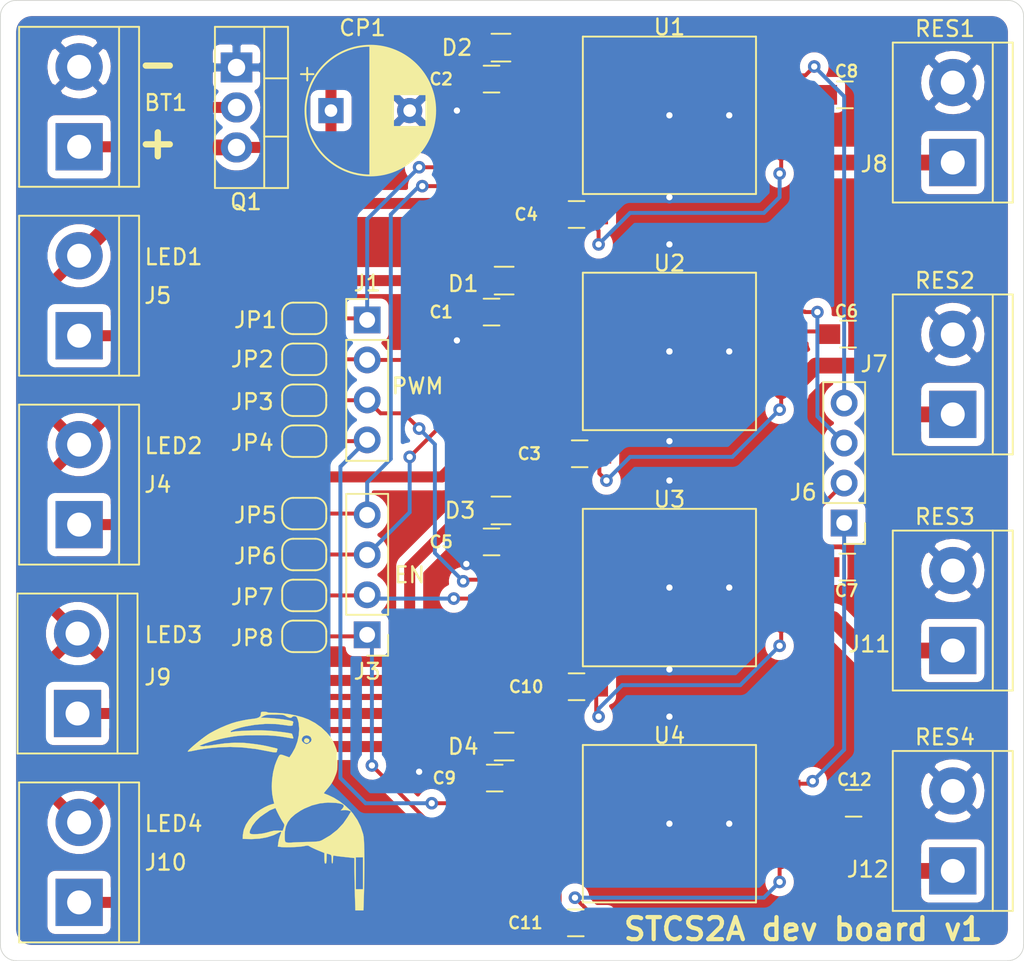
<source format=kicad_pcb>
(kicad_pcb (version 20171130) (host pcbnew 5.1.4-e60b266~84~ubuntu18.04.1)
  (layers (0 F.Cu signal) (31 B.Cu signal) (34 B.Paste user) (35 F.Paste user) (36 B.SilkS user) (37 F.SilkS user) (38 B.Mask user) (39 F.Mask user) (44 Edge.Cuts user))
  (net 0 "")
  (net 1 GND)
  (net 2 "Net-(BT1-Pad1)")
  (net 3 "Net-(C1-Pad2)")
  (net 4 "Net-(C2-Pad2)")
  (net 5 "Net-(C5-Pad2)")
  (net 6 "Net-(C6-Pad1)")
  (net 7 "Net-(C7-Pad1)")
  (net 8 "Net-(C8-Pad1)")
  (net 9 /PWM1)
  (net 10 /PWM2)
  (net 11 /PWM3)
  (net 12 /PWM4)
  (net 13 /EN4)
  (net 14 /EN3)
  (net 15 /EN2)
  (net 16 /EN1)
  (net 17 /DISC1)
  (net 18 /DISC2)
  (net 19 /DISC3)
  (net 20 /DISC4)
  (net 21 "Net-(U1-Pad4)")
  (net 22 "Net-(U2-Pad4)")
  (net 23 "Net-(U3-Pad4)")
  (net 24 "Net-(U4-Pad4)")
  (net 25 VDD)
  (net 26 "Net-(C9-Pad2)")
  (net 27 "Net-(C12-Pad1)")
  (net 28 /LED2)
  (net 29 /RES2)
  (net 30 /LED1)
  (net 31 /RES1)
  (net 32 /LED3)
  (net 33 /RES3)
  (net 34 /LED4)
  (net 35 /RES4)
  (net 36 "Net-(JP1-Pad1)")
  (net 37 "Net-(JP5-Pad2)")
  (module sense_fp:STCS2A_PowerSO-10 (layer F.Cu) (at 92 81)
    (fp_text reference U3 (at 0 -5.6) (layer F.SilkS))
    (fp_text value STCS2A)
    (pad 11 smd rect (at 0 0) (size 7.6 9.6) (layers F.Cu F.Paste F.Mask) (net 1 GND))
    (pad 10 smd rect (at 7.1 -2.54) (size 2.45 0.5) (layers F.Cu F.Paste F.Mask) (net 19 /DISC3))
    (pad 9 smd rect (at 7.1 -1.27) (size 2.45 0.5) (layers F.Cu F.Paste F.Mask) (net 7 "Net-(C7-Pad1)"))
    (pad 8 smd rect (at 7.1 0) (size 2.45 0.5) (layers F.Cu F.Paste F.Mask) (net 1 GND))
    (pad 7 smd rect (at 7.1 1.27) (size 2.45 0.5) (layers F.Cu F.Paste F.Mask) (net 33 /RES3))
    (pad 6 smd rect (at 7.1 2.54) (size 2.45 0.5) (layers F.Cu F.Paste F.Mask) (net 33 /RES3))
    (pad 5 smd rect (at -7.1 2.54) (size 2.45 0.5) (layers F.Cu F.Paste F.Mask) (net 32 /LED3))
    (pad 4 smd rect (at -7.1 1.27) (size 2.45 0.5) (layers F.Cu F.Paste F.Mask) (net 23 "Net-(U3-Pad4)"))
    (pad 3 smd rect (at -7.1 0) (size 2.45 0.5) (layers F.Cu F.Paste F.Mask) (net 14 /EN3))
    (pad 2 smd rect (at -7.1 -1.27) (size 2.45 0.5) (layers F.Cu F.Paste F.Mask) (net 11 /PWM3))
    (pad 1 smd rect (at -7.1 -2.54) (size 2.45 0.5) (layers F.Cu F.Paste F.Mask) (net 5 "Net-(C5-Pad2)"))
  )
  (module sense_fp:CP_Radial_D8.0mm_P5.00mm (layer F.Cu) (at 70.5 50.7)
    (fp_text reference CP1 (at 2 -5.25) (layer F.SilkS))
    (fp_text value 100uF)
    (pad 2 thru_hole circle (at 5 0) (size 1.6 1.6) (drill 0.8) (layers *.Cu *.Mask) (net 1 GND))
    (pad 1 thru_hole rect (at 0 0) (size 1.6 1.6) (drill 0.8) (layers *.Cu *.Mask) (net 25 VDD))
  )
  (module sense_fp:Appiko_LOGO_img (layer F.Cu) (at 67 95.2)
    (fp_text reference G*** hide)
    (fp_text value Appiko_LOGO_img hide)
  )
  (module sense_fp:TerminalBlock_bornier-2_P5.08mm (layer F.Cu) (at 110 70 90)
    (fp_text reference J7 (at 3.2 -5 180) (layer F.SilkS))
    (fp_text value Screw_Terminal_01x02)
    (pad 2 thru_hole circle (at 5.08 0 90) (size 3 3) (drill 1.52) (layers *.Cu *.Mask) (net 1 GND))
    (pad 1 thru_hole rect (at 0 0 90) (size 3 3) (drill 1.52) (layers *.Cu *.Mask) (net 29 /RES2))
  )
  (module sense_fp:C_0805_HandSoldering (layer F.Cu) (at 80.7 48.7)
    (fp_text reference C2 (at -3.2 0) (layer F.SilkS) (effects (font (size 0.75 0.75))))
    (fp_text value 0.1uF)
    (pad 1 smd rect (at -1.25 0) (size 1.5 1.25) (layers F.Cu F.Paste F.Mask) (net 1 GND))
    (pad 2 smd rect (at 1.25 0) (size 1.5 1.25) (layers F.Cu F.Paste F.Mask) (net 4 "Net-(C2-Pad2)"))
  )
  (module sense_fp:STCS2A_PowerSO-10 (layer F.Cu) (at 92 96)
    (fp_text reference U4 (at 0 -5.6) (layer F.SilkS))
    (fp_text value STCS2A)
    (pad 11 smd rect (at 0 0) (size 7.6 9.6) (layers F.Cu F.Paste F.Mask) (net 1 GND))
    (pad 10 smd rect (at 7.1 -2.54) (size 2.45 0.5) (layers F.Cu F.Paste F.Mask) (net 20 /DISC4))
    (pad 9 smd rect (at 7.1 -1.27) (size 2.45 0.5) (layers F.Cu F.Paste F.Mask) (net 27 "Net-(C12-Pad1)"))
    (pad 8 smd rect (at 7.1 0) (size 2.45 0.5) (layers F.Cu F.Paste F.Mask) (net 1 GND))
    (pad 7 smd rect (at 7.1 1.27) (size 2.45 0.5) (layers F.Cu F.Paste F.Mask) (net 35 /RES4))
    (pad 6 smd rect (at 7.1 2.54) (size 2.45 0.5) (layers F.Cu F.Paste F.Mask) (net 35 /RES4))
    (pad 5 smd rect (at -7.1 2.54) (size 2.45 0.5) (layers F.Cu F.Paste F.Mask) (net 34 /LED4))
    (pad 4 smd rect (at -7.1 1.27) (size 2.45 0.5) (layers F.Cu F.Paste F.Mask) (net 24 "Net-(U4-Pad4)"))
    (pad 3 smd rect (at -7.1 0) (size 2.45 0.5) (layers F.Cu F.Paste F.Mask) (net 13 /EN4))
    (pad 2 smd rect (at -7.1 -1.27) (size 2.45 0.5) (layers F.Cu F.Paste F.Mask) (net 12 /PWM4))
    (pad 1 smd rect (at -7.1 -2.54) (size 2.45 0.5) (layers F.Cu F.Paste F.Mask) (net 26 "Net-(C9-Pad2)"))
  )
  (module sense_fp:STCS2A_PowerSO-10 (layer F.Cu) (at 92 66)
    (fp_text reference U2 (at 0 -5.6) (layer F.SilkS))
    (fp_text value STCS2A)
    (pad 11 smd rect (at 0 0) (size 7.6 9.6) (layers F.Cu F.Paste F.Mask) (net 1 GND))
    (pad 10 smd rect (at 7.1 -2.54) (size 2.45 0.5) (layers F.Cu F.Paste F.Mask) (net 18 /DISC2))
    (pad 9 smd rect (at 7.1 -1.27) (size 2.45 0.5) (layers F.Cu F.Paste F.Mask) (net 6 "Net-(C6-Pad1)"))
    (pad 8 smd rect (at 7.1 0) (size 2.45 0.5) (layers F.Cu F.Paste F.Mask) (net 1 GND))
    (pad 7 smd rect (at 7.1 1.27) (size 2.45 0.5) (layers F.Cu F.Paste F.Mask) (net 29 /RES2))
    (pad 6 smd rect (at 7.1 2.54) (size 2.45 0.5) (layers F.Cu F.Paste F.Mask) (net 29 /RES2))
    (pad 5 smd rect (at -7.1 2.54) (size 2.45 0.5) (layers F.Cu F.Paste F.Mask) (net 28 /LED2))
    (pad 4 smd rect (at -7.1 1.27) (size 2.45 0.5) (layers F.Cu F.Paste F.Mask) (net 22 "Net-(U2-Pad4)"))
    (pad 3 smd rect (at -7.1 0) (size 2.45 0.5) (layers F.Cu F.Paste F.Mask) (net 15 /EN2))
    (pad 2 smd rect (at -7.1 -1.27) (size 2.45 0.5) (layers F.Cu F.Paste F.Mask) (net 10 /PWM2))
    (pad 1 smd rect (at -7.1 -2.54) (size 2.45 0.5) (layers F.Cu F.Paste F.Mask) (net 3 "Net-(C1-Pad2)"))
  )
  (module sense_fp:STCS2A_PowerSO-10 (layer F.Cu) (at 92 51)
    (fp_text reference U1 (at 0 -5.6) (layer F.SilkS))
    (fp_text value STCS2A)
    (pad 11 smd rect (at 0 0) (size 7.6 9.6) (layers F.Cu F.Paste F.Mask) (net 1 GND))
    (pad 10 smd rect (at 7.1 -2.54) (size 2.45 0.5) (layers F.Cu F.Paste F.Mask) (net 17 /DISC1))
    (pad 9 smd rect (at 7.1 -1.27) (size 2.45 0.5) (layers F.Cu F.Paste F.Mask) (net 8 "Net-(C8-Pad1)"))
    (pad 8 smd rect (at 7.1 0) (size 2.45 0.5) (layers F.Cu F.Paste F.Mask) (net 1 GND))
    (pad 7 smd rect (at 7.1 1.27) (size 2.45 0.5) (layers F.Cu F.Paste F.Mask) (net 31 /RES1))
    (pad 6 smd rect (at 7.1 2.54) (size 2.45 0.5) (layers F.Cu F.Paste F.Mask) (net 31 /RES1))
    (pad 5 smd rect (at -7.1 2.54) (size 2.45 0.5) (layers F.Cu F.Paste F.Mask) (net 30 /LED1))
    (pad 4 smd rect (at -7.1 1.27) (size 2.45 0.5) (layers F.Cu F.Paste F.Mask) (net 21 "Net-(U1-Pad4)"))
    (pad 3 smd rect (at -7.1 0) (size 2.45 0.5) (layers F.Cu F.Paste F.Mask) (net 16 /EN1))
    (pad 2 smd rect (at -7.1 -1.27) (size 2.45 0.5) (layers F.Cu F.Paste F.Mask) (net 9 /PWM1))
    (pad 1 smd rect (at -7.1 -2.54) (size 2.45 0.5) (layers F.Cu F.Paste F.Mask) (net 4 "Net-(C2-Pad2)"))
  )
  (module sense_fp:C_0805_HandSoldering (layer F.Cu) (at 103.7 94.7)
    (fp_text reference C12 (at 0.05 -1.5) (layer F.SilkS) (effects (font (size 0.75 0.75))))
    (fp_text value 8pF)
    (pad 1 smd rect (at -1.25 0) (size 1.5 1.25) (layers F.Cu F.Paste F.Mask) (net 27 "Net-(C12-Pad1)"))
    (pad 2 smd rect (at 1.25 0) (size 1.5 1.25) (layers F.Cu F.Paste F.Mask) (net 1 GND))
  )
  (module sense_fp:C_0805_HandSoldering (layer F.Cu) (at 86.05 102.3)
    (fp_text reference C11 (at -3.2 0) (layer F.SilkS) (effects (font (size 0.75 0.75))))
    (fp_text value 0.47uF)
    (pad 1 smd rect (at -1.25 0) (size 1.5 1.25) (layers F.Cu F.Paste F.Mask) (net 34 /LED4))
    (pad 2 smd rect (at 1.25 0) (size 1.5 1.25) (layers F.Cu F.Paste F.Mask) (net 35 /RES4))
  )
  (module sense_fp:C_0805_HandSoldering (layer F.Cu) (at 86.1 87.3)
    (fp_text reference C10 (at -3.2 0) (layer F.SilkS) (effects (font (size 0.75 0.75))))
    (fp_text value 0.47uF)
    (pad 1 smd rect (at -1.25 0) (size 1.5 1.25) (layers F.Cu F.Paste F.Mask) (net 32 /LED3))
    (pad 2 smd rect (at 1.25 0) (size 1.5 1.25) (layers F.Cu F.Paste F.Mask) (net 33 /RES3))
  )
  (module sense_fp:C_0805_HandSoldering (layer F.Cu) (at 80.9 93.1)
    (fp_text reference C9 (at -3.2 0) (layer F.SilkS) (effects (font (size 0.75 0.75))))
    (fp_text value 0.1uF)
    (pad 1 smd rect (at -1.25 0) (size 1.5 1.25) (layers F.Cu F.Paste F.Mask) (net 1 GND))
    (pad 2 smd rect (at 1.25 0) (size 1.5 1.25) (layers F.Cu F.Paste F.Mask) (net 26 "Net-(C9-Pad2)"))
  )
  (module sense_fp:C_0805_HandSoldering (layer F.Cu) (at 103.15 49.7)
    (fp_text reference C8 (at 0.1 -1.5) (layer F.SilkS) (effects (font (size 0.75 0.75))))
    (fp_text value 8pF)
    (pad 1 smd rect (at -1.25 0) (size 1.5 1.25) (layers F.Cu F.Paste F.Mask) (net 8 "Net-(C8-Pad1)"))
    (pad 2 smd rect (at 1.25 0) (size 1.5 1.25) (layers F.Cu F.Paste F.Mask) (net 1 GND))
  )
  (module sense_fp:C_0805_HandSoldering (layer F.Cu) (at 103.3 79.7)
    (fp_text reference C7 (at -0.05 1.5) (layer F.SilkS) (effects (font (size 0.75 0.75))))
    (fp_text value 8pF)
    (pad 1 smd rect (at -1.25 0) (size 1.5 1.25) (layers F.Cu F.Paste F.Mask) (net 7 "Net-(C7-Pad1)"))
    (pad 2 smd rect (at 1.25 0) (size 1.5 1.25) (layers F.Cu F.Paste F.Mask) (net 1 GND))
  )
  (module sense_fp:C_0805_HandSoldering (layer F.Cu) (at 103.35 64.9)
    (fp_text reference C6 (at -0.1 -1.45) (layer F.SilkS) (effects (font (size 0.75 0.75))))
    (fp_text value 8pF)
    (pad 1 smd rect (at -1.25 0) (size 1.5 1.25) (layers F.Cu F.Paste F.Mask) (net 6 "Net-(C6-Pad1)"))
    (pad 2 smd rect (at 1.25 0) (size 1.5 1.25) (layers F.Cu F.Paste F.Mask) (net 1 GND))
  )
  (module sense_fp:C_0805_HandSoldering (layer F.Cu) (at 80.7 78.1)
    (fp_text reference C5 (at -3.2 0) (layer F.SilkS) (effects (font (size 0.75 0.75))))
    (fp_text value 0.1uF)
    (pad 1 smd rect (at -1.25 0) (size 1.5 1.25) (layers F.Cu F.Paste F.Mask) (net 1 GND))
    (pad 2 smd rect (at 1.25 0) (size 1.5 1.25) (layers F.Cu F.Paste F.Mask) (net 5 "Net-(C5-Pad2)"))
  )
  (module sense_fp:C_0805_HandSoldering (layer F.Cu) (at 86.1 57.3)
    (fp_text reference C4 (at -3.2 0) (layer F.SilkS) (effects (font (size 0.75 0.75))))
    (fp_text value 0.47uF)
    (pad 1 smd rect (at -1.25 0) (size 1.5 1.25) (layers F.Cu F.Paste F.Mask) (net 30 /LED1))
    (pad 2 smd rect (at 1.25 0) (size 1.5 1.25) (layers F.Cu F.Paste F.Mask) (net 31 /RES1))
  )
  (module sense_fp:C_0805_HandSoldering (layer F.Cu) (at 86.3 72.5)
    (fp_text reference C3 (at -3.2 0) (layer F.SilkS) (effects (font (size 0.75 0.75))))
    (fp_text value 0.47uF)
    (pad 1 smd rect (at -1.25 0) (size 1.5 1.25) (layers F.Cu F.Paste F.Mask) (net 28 /LED2))
    (pad 2 smd rect (at 1.25 0) (size 1.5 1.25) (layers F.Cu F.Paste F.Mask) (net 29 /RES2))
  )
  (module sense_fp:C_0805_HandSoldering (layer F.Cu) (at 80.7 63.5)
    (fp_text reference C1 (at -3.2 0) (layer F.SilkS) (effects (font (size 0.75 0.75))))
    (fp_text value 0.1uF)
    (pad 1 smd rect (at -1.25 0) (size 1.5 1.25) (layers F.Cu F.Paste F.Mask) (net 1 GND))
    (pad 2 smd rect (at 1.25 0) (size 1.5 1.25) (layers F.Cu F.Paste F.Mask) (net 3 "Net-(C1-Pad2)"))
  )
  (module sense_fp:TerminalBlock_bornier-2_P5.08mm (layer F.Cu) (at 54.5 77 90)
    (fp_text reference J4 (at 2.54 5 180) (layer F.SilkS))
    (fp_text value Screw_Terminal_01x02)
    (pad 2 thru_hole circle (at 5.08 0 90) (size 3 3) (drill 1.52) (layers *.Cu *.Mask) (net 25 VDD))
    (pad 1 thru_hole rect (at 0 0 90) (size 3 3) (drill 1.52) (layers *.Cu *.Mask) (net 28 /LED2))
  )
  (module sense_fp:PinHeader_1x04_P2.54mm_Vertical (layer F.Cu) (at 72.8 84 180)
    (fp_text reference J3 (at 0 -2.33) (layer F.SilkS))
    (fp_text value Conn_01x04)
    (pad 4 thru_hole oval (at 0 7.62 180) (size 1.7 1.7) (drill 1) (layers *.Cu *.Mask) (net 16 /EN1))
    (pad 3 thru_hole oval (at 0 5.08 180) (size 1.7 1.7) (drill 1) (layers *.Cu *.Mask) (net 15 /EN2))
    (pad 2 thru_hole oval (at 0 2.54 180) (size 1.7 1.7) (drill 1) (layers *.Cu *.Mask) (net 14 /EN3))
    (pad 1 thru_hole rect (at 0 0 180) (size 1.7 1.7) (drill 1) (layers *.Cu *.Mask) (net 13 /EN4))
  )
  (module sense_fp:TO-220-3_Vertical (layer F.Cu) (at 64.5 47.96 270)
    (fp_text reference Q1 (at 8.54 -0.6 180) (layer F.SilkS))
    (fp_text value IRF9540)
    (pad 3 thru_hole oval (at 5.08 0 270) (size 1.905 2) (drill 1.1) (layers *.Cu *.Mask) (net 25 VDD))
    (pad 2 thru_hole oval (at 2.54 0 270) (size 1.905 2) (drill 1.1) (layers *.Cu *.Mask) (net 2 "Net-(BT1-Pad1)"))
    (pad 1 thru_hole rect (at 0 0 270) (size 1.905 2) (drill 1.1) (layers *.Cu *.Mask) (net 1 GND))
  )
  (module sense_fp:SolderJumper-2_P1.3mm_Open_RoundedPad1.0x1.5mm (layer F.Cu) (at 68.8 84.1 180)
    (fp_text reference JP8 (at 3.3 -0.1) (layer F.SilkS))
    (fp_text value SolderJumper_2_Open)
    (pad 2 smd custom (at 0.65 0 180) (size 1 0.5) (layers F.Cu F.Mask) (net 37 "Net-(JP5-Pad2)") (options (clearance outline) (anchor rect)) (primitives (gr_circle (center 0 0.25) (end 0.5 0.25) (width 0)) (gr_circle (center 0 -0.25) (end 0.5 -0.25) (width 0)) (gr_poly (pts (xy 0 -0.75) (xy -0.5 -0.75) (xy -0.5 0.75) (xy 0 0.75)) (width 0))))
    (pad 1 smd custom (at -0.65 0 180) (size 1 0.5) (layers F.Cu F.Mask) (net 13 /EN4) (options (clearance outline) (anchor rect)) (primitives (gr_circle (center 0 0.25) (end 0.5 0.25) (width 0)) (gr_circle (center 0 -0.25) (end 0.5 -0.25) (width 0)) (gr_poly (pts (xy 0 -0.75) (xy 0.5 -0.75) (xy 0.5 0.75) (xy 0 0.75)) (width 0))))
  )
  (module sense_fp:SolderJumper-2_P1.3mm_Open_RoundedPad1.0x1.5mm (layer F.Cu) (at 68.8 81.5 180)
    (fp_text reference JP7 (at 3.3 -0.1) (layer F.SilkS))
    (fp_text value SolderJumper_2_Open)
    (pad 2 smd custom (at 0.65 0 180) (size 1 0.5) (layers F.Cu F.Mask) (net 37 "Net-(JP5-Pad2)") (options (clearance outline) (anchor rect)) (primitives (gr_circle (center 0 0.25) (end 0.5 0.25) (width 0)) (gr_circle (center 0 -0.25) (end 0.5 -0.25) (width 0)) (gr_poly (pts (xy 0 -0.75) (xy -0.5 -0.75) (xy -0.5 0.75) (xy 0 0.75)) (width 0))))
    (pad 1 smd custom (at -0.65 0 180) (size 1 0.5) (layers F.Cu F.Mask) (net 14 /EN3) (options (clearance outline) (anchor rect)) (primitives (gr_circle (center 0 0.25) (end 0.5 0.25) (width 0)) (gr_circle (center 0 -0.25) (end 0.5 -0.25) (width 0)) (gr_poly (pts (xy 0 -0.75) (xy 0.5 -0.75) (xy 0.5 0.75) (xy 0 0.75)) (width 0))))
  )
  (module sense_fp:SolderJumper-2_P1.3mm_Open_RoundedPad1.0x1.5mm (layer F.Cu) (at 68.8 78.9 180)
    (fp_text reference JP6 (at 3.1 -0.1) (layer F.SilkS))
    (fp_text value SolderJumper_2_Open)
    (pad 2 smd custom (at 0.65 0 180) (size 1 0.5) (layers F.Cu F.Mask) (net 37 "Net-(JP5-Pad2)") (options (clearance outline) (anchor rect)) (primitives (gr_circle (center 0 0.25) (end 0.5 0.25) (width 0)) (gr_circle (center 0 -0.25) (end 0.5 -0.25) (width 0)) (gr_poly (pts (xy 0 -0.75) (xy -0.5 -0.75) (xy -0.5 0.75) (xy 0 0.75)) (width 0))))
    (pad 1 smd custom (at -0.65 0 180) (size 1 0.5) (layers F.Cu F.Mask) (net 15 /EN2) (options (clearance outline) (anchor rect)) (primitives (gr_circle (center 0 0.25) (end 0.5 0.25) (width 0)) (gr_circle (center 0 -0.25) (end 0.5 -0.25) (width 0)) (gr_poly (pts (xy 0 -0.75) (xy 0.5 -0.75) (xy 0.5 0.75) (xy 0 0.75)) (width 0))))
  )
  (module sense_fp:SolderJumper-2_P1.3mm_Open_RoundedPad1.0x1.5mm (layer F.Cu) (at 68.8 76.3 180)
    (fp_text reference JP5 (at 3.1 -0.1) (layer F.SilkS))
    (fp_text value SolderJumper_2_Open)
    (pad 2 smd custom (at 0.65 0 180) (size 1 0.5) (layers F.Cu F.Mask) (net 37 "Net-(JP5-Pad2)") (options (clearance outline) (anchor rect)) (primitives (gr_circle (center 0 0.25) (end 0.5 0.25) (width 0)) (gr_circle (center 0 -0.25) (end 0.5 -0.25) (width 0)) (gr_poly (pts (xy 0 -0.75) (xy -0.5 -0.75) (xy -0.5 0.75) (xy 0 0.75)) (width 0))))
    (pad 1 smd custom (at -0.65 0 180) (size 1 0.5) (layers F.Cu F.Mask) (net 16 /EN1) (options (clearance outline) (anchor rect)) (primitives (gr_circle (center 0 0.25) (end 0.5 0.25) (width 0)) (gr_circle (center 0 -0.25) (end 0.5 -0.25) (width 0)) (gr_poly (pts (xy 0 -0.75) (xy 0.5 -0.75) (xy 0.5 0.75) (xy 0 0.75)) (width 0))))
  )
  (module sense_fp:SolderJumper-2_P1.3mm_Open_RoundedPad1.0x1.5mm (layer F.Cu) (at 68.8 71.7)
    (fp_text reference JP4 (at -3.3 0.1) (layer F.SilkS))
    (fp_text value SolderJumper_2_Open)
    (pad 2 smd custom (at 0.65 0) (size 1 0.5) (layers F.Cu F.Mask) (net 12 /PWM4) (options (clearance outline) (anchor rect)) (primitives (gr_circle (center 0 0.25) (end 0.5 0.25) (width 0)) (gr_circle (center 0 -0.25) (end 0.5 -0.25) (width 0)) (gr_poly (pts (xy 0 -0.75) (xy -0.5 -0.75) (xy -0.5 0.75) (xy 0 0.75)) (width 0))))
    (pad 1 smd custom (at -0.65 0) (size 1 0.5) (layers F.Cu F.Mask) (net 36 "Net-(JP1-Pad1)") (options (clearance outline) (anchor rect)) (primitives (gr_circle (center 0 0.25) (end 0.5 0.25) (width 0)) (gr_circle (center 0 -0.25) (end 0.5 -0.25) (width 0)) (gr_poly (pts (xy 0 -0.75) (xy 0.5 -0.75) (xy 0.5 0.75) (xy 0 0.75)) (width 0))))
  )
  (module sense_fp:SolderJumper-2_P1.3mm_Open_RoundedPad1.0x1.5mm (layer F.Cu) (at 68.8 69.1)
    (fp_text reference JP3 (at -3.3 0.1) (layer F.SilkS))
    (fp_text value SolderJumper_2_Open)
    (pad 2 smd custom (at 0.65 0) (size 1 0.5) (layers F.Cu F.Mask) (net 11 /PWM3) (options (clearance outline) (anchor rect)) (primitives (gr_circle (center 0 0.25) (end 0.5 0.25) (width 0)) (gr_circle (center 0 -0.25) (end 0.5 -0.25) (width 0)) (gr_poly (pts (xy 0 -0.75) (xy -0.5 -0.75) (xy -0.5 0.75) (xy 0 0.75)) (width 0))))
    (pad 1 smd custom (at -0.65 0) (size 1 0.5) (layers F.Cu F.Mask) (net 36 "Net-(JP1-Pad1)") (options (clearance outline) (anchor rect)) (primitives (gr_circle (center 0 0.25) (end 0.5 0.25) (width 0)) (gr_circle (center 0 -0.25) (end 0.5 -0.25) (width 0)) (gr_poly (pts (xy 0 -0.75) (xy 0.5 -0.75) (xy 0.5 0.75) (xy 0 0.75)) (width 0))))
  )
  (module sense_fp:SolderJumper-2_P1.3mm_Open_RoundedPad1.0x1.5mm (layer F.Cu) (at 68.8 66.5)
    (fp_text reference JP2 (at -3.3 0) (layer F.SilkS))
    (fp_text value SolderJumper_2_Open)
    (pad 2 smd custom (at 0.65 0) (size 1 0.5) (layers F.Cu F.Mask) (net 10 /PWM2) (options (clearance outline) (anchor rect)) (primitives (gr_circle (center 0 0.25) (end 0.5 0.25) (width 0)) (gr_circle (center 0 -0.25) (end 0.5 -0.25) (width 0)) (gr_poly (pts (xy 0 -0.75) (xy -0.5 -0.75) (xy -0.5 0.75) (xy 0 0.75)) (width 0))))
    (pad 1 smd custom (at -0.65 0) (size 1 0.5) (layers F.Cu F.Mask) (net 36 "Net-(JP1-Pad1)") (options (clearance outline) (anchor rect)) (primitives (gr_circle (center 0 0.25) (end 0.5 0.25) (width 0)) (gr_circle (center 0 -0.25) (end 0.5 -0.25) (width 0)) (gr_poly (pts (xy 0 -0.75) (xy 0.5 -0.75) (xy 0.5 0.75) (xy 0 0.75)) (width 0))))
  )
  (module sense_fp:SolderJumper-2_P1.3mm_Open_RoundedPad1.0x1.5mm (layer F.Cu) (at 68.8 63.9)
    (fp_text reference JP1 (at -3.1 0.1) (layer F.SilkS))
    (fp_text value SolderJumper_2_Open)
    (pad 2 smd custom (at 0.65 0) (size 1 0.5) (layers F.Cu F.Mask) (net 9 /PWM1) (options (clearance outline) (anchor rect)) (primitives (gr_circle (center 0 0.25) (end 0.5 0.25) (width 0)) (gr_circle (center 0 -0.25) (end 0.5 -0.25) (width 0)) (gr_poly (pts (xy 0 -0.75) (xy -0.5 -0.75) (xy -0.5 0.75) (xy 0 0.75)) (width 0))))
    (pad 1 smd custom (at -0.65 0) (size 1 0.5) (layers F.Cu F.Mask) (net 36 "Net-(JP1-Pad1)") (options (clearance outline) (anchor rect)) (primitives (gr_circle (center 0 0.25) (end 0.5 0.25) (width 0)) (gr_circle (center 0 -0.25) (end 0.5 -0.25) (width 0)) (gr_poly (pts (xy 0 -0.75) (xy 0.5 -0.75) (xy 0.5 0.75) (xy 0 0.75)) (width 0))))
  )
  (module sense_fp:TerminalBlock_bornier-2_P5.08mm (layer F.Cu) (at 110 99 90)
    (fp_text reference J12 (at 0.1 -5.4 180) (layer F.SilkS))
    (fp_text value Screw_Terminal_01x02)
    (pad 2 thru_hole circle (at 5.08 0 90) (size 3 3) (drill 1.52) (layers *.Cu *.Mask) (net 1 GND))
    (pad 1 thru_hole rect (at 0 0 90) (size 3 3) (drill 1.52) (layers *.Cu *.Mask) (net 35 /RES4))
  )
  (module sense_fp:TerminalBlock_bornier-2_P5.08mm (layer F.Cu) (at 110 85 90)
    (fp_text reference J11 (at 0.4 -5.3 180) (layer F.SilkS))
    (fp_text value Screw_Terminal_01x02)
    (pad 2 thru_hole circle (at 5.08 0 90) (size 3 3) (drill 1.52) (layers *.Cu *.Mask) (net 1 GND))
    (pad 1 thru_hole rect (at 0 0 90) (size 3 3) (drill 1.52) (layers *.Cu *.Mask) (net 33 /RES3))
  )
  (module sense_fp:TerminalBlock_bornier-2_P5.08mm (layer F.Cu) (at 54.5 101 90)
    (fp_text reference J10 (at 2.54 5.5 180) (layer F.SilkS))
    (fp_text value Screw_Terminal_01x02)
    (pad 2 thru_hole circle (at 5.08 0 90) (size 3 3) (drill 1.52) (layers *.Cu *.Mask) (net 25 VDD))
    (pad 1 thru_hole rect (at 0 0 90) (size 3 3) (drill 1.52) (layers *.Cu *.Mask) (net 34 /LED4))
  )
  (module sense_fp:TerminalBlock_bornier-2_P5.08mm (layer F.Cu) (at 54.4 89 90)
    (fp_text reference J9 (at 2.3 5.1 180) (layer F.SilkS))
    (fp_text value Screw_Terminal_01x02)
    (pad 2 thru_hole circle (at 5.08 0 90) (size 3 3) (drill 1.52) (layers *.Cu *.Mask) (net 25 VDD))
    (pad 1 thru_hole rect (at 0 0 90) (size 3 3) (drill 1.52) (layers *.Cu *.Mask) (net 32 /LED3))
  )
  (module sense_fp:TerminalBlock_bornier-2_P5.08mm (layer F.Cu) (at 110 54 90)
    (fp_text reference J8 (at -0.1 -5 180) (layer F.SilkS))
    (fp_text value Screw_Terminal_01x02)
    (pad 2 thru_hole circle (at 5.08 0 90) (size 3 3) (drill 1.52) (layers *.Cu *.Mask) (net 1 GND))
    (pad 1 thru_hole rect (at 0 0 90) (size 3 3) (drill 1.52) (layers *.Cu *.Mask) (net 31 /RES1))
  )
  (module sense_fp:PinHeader_1x04_P2.54mm_Vertical (layer F.Cu) (at 103.1 76.9 180)
    (fp_text reference J6 (at 2.6 1.95) (layer F.SilkS))
    (fp_text value Conn_01x04)
    (pad 4 thru_hole oval (at 0 7.62 180) (size 1.7 1.7) (drill 1) (layers *.Cu *.Mask) (net 17 /DISC1))
    (pad 3 thru_hole oval (at 0 5.08 180) (size 1.7 1.7) (drill 1) (layers *.Cu *.Mask) (net 18 /DISC2))
    (pad 2 thru_hole oval (at 0 2.54 180) (size 1.7 1.7) (drill 1) (layers *.Cu *.Mask) (net 19 /DISC3))
    (pad 1 thru_hole rect (at 0 0 180) (size 1.7 1.7) (drill 1) (layers *.Cu *.Mask) (net 20 /DISC4))
  )
  (module sense_fp:TerminalBlock_bornier-2_P5.08mm (layer F.Cu) (at 54.5 65 90)
    (fp_text reference J5 (at 2.54 5 180) (layer F.SilkS))
    (fp_text value Screw_Terminal_01x02)
    (pad 2 thru_hole circle (at 5.08 0 90) (size 3 3) (drill 1.52) (layers *.Cu *.Mask) (net 25 VDD))
    (pad 1 thru_hole rect (at 0 0 90) (size 3 3) (drill 1.52) (layers *.Cu *.Mask) (net 30 /LED1))
  )
  (module sense_fp:PinHeader_1x04_P2.54mm_Vertical (layer F.Cu) (at 72.8 64)
    (fp_text reference J1 (at 0 -2.33) (layer F.SilkS))
    (fp_text value Conn_01x04)
    (pad 4 thru_hole oval (at 0 7.62) (size 1.7 1.7) (drill 1) (layers *.Cu *.Mask) (net 12 /PWM4))
    (pad 3 thru_hole oval (at 0 5.08) (size 1.7 1.7) (drill 1) (layers *.Cu *.Mask) (net 11 /PWM3))
    (pad 2 thru_hole oval (at 0 2.54) (size 1.7 1.7) (drill 1) (layers *.Cu *.Mask) (net 10 /PWM2))
    (pad 1 thru_hole rect (at 0 0) (size 1.7 1.7) (drill 1) (layers *.Cu *.Mask) (net 9 /PWM1))
  )
  (module sense_fp:R_0805 (layer F.Cu) (at 81.5 91.1 180)
    (fp_text reference D4 (at 2.6 0) (layer F.SilkS))
    (fp_text value BAT46)
    (pad 2 smd rect (at 0.95 0 180) (size 0.7 1.3) (layers F.Cu F.Paste F.Mask) (net 25 VDD))
    (pad 1 smd rect (at -0.95 0 180) (size 0.7 1.3) (layers F.Cu F.Paste F.Mask) (net 26 "Net-(C9-Pad2)"))
  )
  (module sense_fp:R_0805 (layer F.Cu) (at 81.3 76.1 180)
    (fp_text reference D3 (at 2.6 0) (layer F.SilkS))
    (fp_text value BAT46)
    (pad 2 smd rect (at 0.95 0 180) (size 0.7 1.3) (layers F.Cu F.Paste F.Mask) (net 25 VDD))
    (pad 1 smd rect (at -0.95 0 180) (size 0.7 1.3) (layers F.Cu F.Paste F.Mask) (net 5 "Net-(C5-Pad2)"))
  )
  (module sense_fp:R_0805 (layer F.Cu) (at 81.3 46.7 180)
    (fp_text reference D2 (at 2.8 0) (layer F.SilkS))
    (fp_text value BAT46)
    (pad 2 smd rect (at 0.95 0 180) (size 0.7 1.3) (layers F.Cu F.Paste F.Mask) (net 25 VDD))
    (pad 1 smd rect (at -0.95 0 180) (size 0.7 1.3) (layers F.Cu F.Paste F.Mask) (net 4 "Net-(C2-Pad2)"))
  )
  (module sense_fp:R_0805 (layer F.Cu) (at 81.5 61.5 180)
    (fp_text reference D1 (at 2.6 -0.2) (layer F.SilkS))
    (fp_text value BAT46)
    (pad 2 smd rect (at 0.95 0 180) (size 0.7 1.3) (layers F.Cu F.Paste F.Mask) (net 25 VDD))
    (pad 1 smd rect (at -0.95 0 180) (size 0.7 1.3) (layers F.Cu F.Paste F.Mask) (net 3 "Net-(C1-Pad2)"))
  )
  (module sense_fp:TerminalBlock_bornier-2_P5.08mm (layer F.Cu) (at 54.5 53 90)
    (fp_text reference BT1 (at 2.8 5.5 180) (layer F.SilkS))
    (fp_text value Battery)
    (pad 2 thru_hole circle (at 5.08 0 90) (size 3 3) (drill 1.52) (layers *.Cu *.Mask) (net 1 GND))
    (pad 1 thru_hole rect (at 0 0 90) (size 3 3) (drill 1.52) (layers *.Cu *.Mask) (net 2 "Net-(BT1-Pad1)"))
  )
  (gr_text EN (at 75.5 80.2) (layer F.SilkS) (effects (font (size 1 1))))
  (gr_text PWM (at 76 68.2) (layer F.SilkS) (effects (font (size 1 1))))
  (gr_text RES4 (at 109.5 90.5) (layer F.SilkS) (effects (font (size 1 1))))
  (gr_text RES3 (at 109.5 76.5) (layer F.SilkS) (effects (font (size 1 1))))
  (gr_text RES2 (at 109.5 61.5) (layer F.SilkS) (effects (font (size 1 1))))
  (gr_text RES1 (at 109.5 45.5) (layer F.SilkS) (effects (font (size 1 1))))
  (gr_text LED4 (at 60.5 96) (layer F.SilkS) (effects (font (size 1 1))))
  (gr_text LED3 (at 60.5 84) (layer F.SilkS) (effects (font (size 1 1))))
  (gr_text LED2 (at 60.5 72) (layer F.SilkS) (effects (font (size 1 1))))
  (gr_text LED1 (at 60.5 60) (layer F.SilkS) (effects (font (size 1 1))))
  (gr_text + (at 59.5 52.7) (layer F.SilkS) (effects (font (size 2 2) (thickness 0.4))))
  (gr_text - (at 59.5 47.7) (layer F.SilkS) (effects (font (size 2 2) (thickness 0.4))))
  (gr_text "STCS2A dev board v1\n" (at 100.5 102.7) (layer F.SilkS) (effects (font (size 1.4 1.4) (thickness 0.27))))
  (gr_arc (start 113.5 103.7) (end 113.5 104.7) (angle -90) (layer Edge.Cuts) (width 0.05))
  (gr_line (start 50.5 104.7) (end 113.5 104.7) (layer Edge.Cuts) (width 0.05))
  (gr_arc (start 50.5 103.7) (end 49.5 103.7) (angle -90) (layer Edge.Cuts) (width 0.05))
  (gr_line (start 49.5 44.7) (end 49.5 103.7) (layer Edge.Cuts) (width 0.05))
  (gr_arc (start 50.5 44.7) (end 50.5 43.7) (angle -90) (layer Edge.Cuts) (width 0.05))
  (gr_line (start 114.5 44.7) (end 114.5 103.7) (layer Edge.Cuts) (width 0.05))
  (gr_arc (start 113.5 44.7) (end 114.5 44.7) (angle -90) (layer Edge.Cuts) (width 0.05))
  (gr_line (start 50.5 43.7) (end 113.5 43.7) (layer Edge.Cuts) (width 0.05))
  (segment (start 92 96) (end 92 90.5) (width 0.7) (layer F.Cu) (net 1))
  (segment (start 99.1 51) (end 97.175 51) (width 0.7) (layer F.Cu) (net 1))
  (via (at 78.5 65.3) (size 0.8) (drill 0.4) (layers F.Cu B.Cu) (net 1))
  (segment (start 79.45 63.5) (end 79.45 64.35) (width 0.7) (layer F.Cu) (net 1))
  (segment (start 79.45 64.35) (end 78.5 65.3) (width 0.7) (layer F.Cu) (net 1))
  (via (at 78.5 50.7) (size 0.8) (drill 0.4) (layers F.Cu B.Cu) (net 1))
  (segment (start 79.45 48.7) (end 79.45 49.75) (width 0.7) (layer F.Cu) (net 1))
  (segment (start 79.45 49.75) (end 78.5 50.7) (width 0.7) (layer F.Cu) (net 1))
  (via (at 79.1 79.5) (size 0.8) (drill 0.4) (layers F.Cu B.Cu) (net 1))
  (segment (start 79.45 78.1) (end 79.45 79.15) (width 0.7) (layer F.Cu) (net 1))
  (segment (start 79.45 79.15) (end 79.1 79.5) (width 0.7) (layer F.Cu) (net 1))
  (segment (start 79.65 93.1) (end 76.5 93.1) (width 0.7) (layer F.Cu) (net 1))
  (via (at 76.1 92.7) (size 0.8) (drill 0.4) (layers F.Cu B.Cu) (net 1))
  (segment (start 76.5 93.1) (end 76.1 92.7) (width 0.7) (layer F.Cu) (net 1))
  (segment (start 92 56.7) (end 92 51) (width 0.7) (layer F.Cu) (net 1))
  (segment (start 92 57.7) (end 92 56.7) (width 0.7) (layer F.Cu) (net 1))
  (via (at 92 56.2) (size 0.8) (drill 0.4) (layers F.Cu B.Cu) (net 1))
  (segment (start 92 58.7) (end 92 57.7) (width 0.7) (layer F.Cu) (net 1))
  (segment (start 92 59.2) (end 92 58.7) (width 0.7) (layer F.Cu) (net 1))
  (via (at 92 59.2) (size 0.8) (drill 0.4) (layers F.Cu B.Cu) (net 1))
  (segment (start 92 59.7) (end 92 59.2) (width 0.7) (layer F.Cu) (net 1))
  (segment (start 92 66) (end 92 59.7) (width 0.7) (layer F.Cu) (net 1))
  (via (at 92 71.7) (size 0.8) (drill 0.4) (layers F.Cu B.Cu) (net 1))
  (segment (start 92 81) (end 92 74.2) (width 0.7) (layer F.Cu) (net 1))
  (segment (start 92 74.2) (end 92 66) (width 0.7) (layer F.Cu) (net 1))
  (via (at 92 74.2) (size 0.8) (drill 0.4) (layers F.Cu B.Cu) (net 1))
  (via (at 92 89.2) (size 0.8) (drill 0.4) (layers F.Cu B.Cu) (net 1))
  (segment (start 92 90.5) (end 92 89.2) (width 0.7) (layer F.Cu) (net 1))
  (via (at 92 86.2) (size 0.8) (drill 0.4) (layers F.Cu B.Cu) (net 1))
  (segment (start 92 86.2) (end 92 81) (width 0.7) (layer F.Cu) (net 1))
  (segment (start 92 89.2) (end 92 86.2) (width 0.7) (layer F.Cu) (net 1))
  (via (at 92 96) (size 0.8) (drill 0.4) (layers F.Cu B.Cu) (net 1))
  (via (at 92 81) (size 0.8) (drill 0.4) (layers F.Cu B.Cu) (net 1))
  (via (at 92 51) (size 0.8) (drill 0.4) (layers F.Cu B.Cu) (net 1))
  (via (at 92 66) (size 0.8) (drill 0.4) (layers F.Cu B.Cu) (net 1))
  (segment (start 99.1 66) (end 97.175 66) (width 0.7) (layer F.Cu) (net 1))
  (via (at 92 66) (size 0.8) (drill 0.4) (layers F.Cu B.Cu) (net 1))
  (via (at 95.8 51) (size 0.8) (drill 0.4) (layers F.Cu B.Cu) (net 1))
  (segment (start 92 51) (end 95.8 51) (width 0.7) (layer F.Cu) (net 1))
  (segment (start 97.175 51) (end 95.8 51) (width 0.7) (layer F.Cu) (net 1))
  (via (at 95.8 66) (size 0.8) (drill 0.4) (layers F.Cu B.Cu) (net 1))
  (segment (start 92 66) (end 95.8 66) (width 0.7) (layer F.Cu) (net 1))
  (segment (start 97.175 66) (end 95.8 66) (width 0.7) (layer F.Cu) (net 1))
  (via (at 95.8 81) (size 0.8) (drill 0.4) (layers F.Cu B.Cu) (net 1))
  (segment (start 92 81) (end 95.8 81) (width 0.7) (layer F.Cu) (net 1))
  (segment (start 99.1 81) (end 95.8 81) (width 0.7) (layer F.Cu) (net 1))
  (via (at 95.8 96) (size 0.8) (drill 0.4) (layers F.Cu B.Cu) (net 1))
  (segment (start 92 96) (end 95.8 96) (width 0.7) (layer F.Cu) (net 1))
  (segment (start 99.1 96) (end 95.8 96) (width 0.7) (layer F.Cu) (net 1))
  (segment (start 54.5 53) (end 59.2 53) (width 0.7) (layer F.Cu) (net 2))
  (segment (start 61.7 50.5) (end 64.5 50.5) (width 0.7) (layer F.Cu) (net 2))
  (segment (start 59.2 53) (end 61.7 50.5) (width 0.7) (layer F.Cu) (net 2))
  (segment (start 81.99 63.46) (end 81.95 63.5) (width 0.25) (layer F.Cu) (net 3))
  (segment (start 84.9 63.46) (end 81.99 63.46) (width 0.25) (layer F.Cu) (net 3))
  (segment (start 82.45 63) (end 81.95 63.5) (width 0.25) (layer F.Cu) (net 3))
  (segment (start 82.45 61.5) (end 82.45 63) (width 0.25) (layer F.Cu) (net 3))
  (segment (start 82.19 48.46) (end 81.95 48.7) (width 0.25) (layer F.Cu) (net 4))
  (segment (start 84.9 48.46) (end 82.19 48.46) (width 0.25) (layer F.Cu) (net 4))
  (segment (start 82.25 48.4) (end 81.95 48.7) (width 0.25) (layer F.Cu) (net 4))
  (segment (start 82.25 46.7) (end 82.25 48.4) (width 0.25) (layer F.Cu) (net 4))
  (segment (start 82.31 78.46) (end 81.95 78.1) (width 0.25) (layer F.Cu) (net 5))
  (segment (start 84.9 78.46) (end 82.31 78.46) (width 0.25) (layer F.Cu) (net 5))
  (segment (start 82.25 77.8) (end 81.95 78.1) (width 0.25) (layer F.Cu) (net 5))
  (segment (start 82.25 76.1) (end 82.25 77.8) (width 0.25) (layer F.Cu) (net 5))
  (segment (start 101.93 64.73) (end 102.1 64.9) (width 0.25) (layer F.Cu) (net 6))
  (segment (start 99.1 64.73) (end 101.93 64.73) (width 0.25) (layer F.Cu) (net 6))
  (segment (start 102.02 79.73) (end 102.05 79.7) (width 0.25) (layer F.Cu) (net 7))
  (segment (start 99.1 79.73) (end 102.02 79.73) (width 0.25) (layer F.Cu) (net 7))
  (segment (start 101.87 49.73) (end 101.9 49.7) (width 0.25) (layer F.Cu) (net 8))
  (segment (start 99.1 49.73) (end 101.87 49.73) (width 0.25) (layer F.Cu) (net 8))
  (segment (start 72.7 63.9) (end 72.8 64) (width 0.25) (layer F.Cu) (net 9))
  (segment (start 69.45 63.9) (end 72.7 63.9) (width 0.25) (layer F.Cu) (net 9))
  (segment (start 72.8 64) (end 72.8 57.6) (width 0.25) (layer B.Cu) (net 9))
  (via (at 76.1 54.3) (size 0.8) (drill 0.4) (layers F.Cu B.Cu) (net 9))
  (segment (start 72.8 57.6) (end 76.1 54.3) (width 0.25) (layer B.Cu) (net 9))
  (segment (start 83.67 49.73) (end 84.9 49.73) (width 0.25) (layer F.Cu) (net 9))
  (segment (start 76.1 54.3) (end 79.1 54.3) (width 0.25) (layer F.Cu) (net 9))
  (segment (start 79.1 54.3) (end 83.67 49.73) (width 0.25) (layer F.Cu) (net 9))
  (segment (start 72.76 66.5) (end 72.8 66.54) (width 0.25) (layer F.Cu) (net 10))
  (segment (start 69.45 66.5) (end 72.76 66.5) (width 0.25) (layer F.Cu) (net 10))
  (segment (start 84.9 64.73) (end 82.07 64.73) (width 0.25) (layer F.Cu) (net 10))
  (segment (start 80.26 66.54) (end 72.8 66.54) (width 0.25) (layer F.Cu) (net 10))
  (segment (start 82.07 64.73) (end 80.26 66.54) (width 0.25) (layer F.Cu) (net 10))
  (segment (start 72.78 69.1) (end 72.8 69.08) (width 0.25) (layer F.Cu) (net 11))
  (segment (start 69.45 69.1) (end 72.78 69.1) (width 0.25) (layer F.Cu) (net 11))
  (segment (start 73.649999 69.929999) (end 75.129999 69.929999) (width 0.25) (layer F.Cu) (net 11))
  (segment (start 72.8 69.08) (end 73.649999 69.929999) (width 0.25) (layer F.Cu) (net 11))
  (via (at 76.1 70.9) (size 0.8) (drill 0.4) (layers F.Cu B.Cu) (net 11))
  (segment (start 75.129999 69.929999) (end 76.1 70.9) (width 0.25) (layer F.Cu) (net 11))
  (segment (start 76.1 70.9) (end 77.1 71.9) (width 0.25) (layer B.Cu) (net 11))
  (segment (start 83.27 79.73) (end 84.9 79.73) (width 0.25) (layer F.Cu) (net 11))
  (segment (start 82.5 80.5) (end 83.27 79.73) (width 0.25) (layer F.Cu) (net 11))
  (segment (start 82.5 80.5) (end 79 80.5) (width 0.25) (layer F.Cu) (net 11))
  (via (at 78.9 80.6) (size 0.8) (drill 0.4) (layers F.Cu B.Cu) (net 11))
  (segment (start 79 80.5) (end 78.9 80.6) (width 0.25) (layer F.Cu) (net 11))
  (segment (start 77.1 78.8) (end 77.1 71.9) (width 0.25) (layer B.Cu) (net 11))
  (segment (start 78.9 80.6) (end 77.1 78.8) (width 0.25) (layer B.Cu) (net 11))
  (segment (start 72.72 71.7) (end 72.8 71.62) (width 0.25) (layer F.Cu) (net 12))
  (segment (start 69.45 71.7) (end 72.72 71.7) (width 0.25) (layer F.Cu) (net 12))
  (segment (start 72.8 71.62) (end 71.1 73.32) (width 0.25) (layer B.Cu) (net 12))
  (segment (start 71.1 73.32) (end 71.1 93.1) (width 0.25) (layer B.Cu) (net 12))
  (via (at 76.9 94.7) (size 0.8) (drill 0.4) (layers F.Cu B.Cu) (net 12))
  (segment (start 71.1 93.1) (end 72.7 94.7) (width 0.25) (layer B.Cu) (net 12))
  (segment (start 72.7 94.7) (end 76.9 94.7) (width 0.25) (layer B.Cu) (net 12))
  (segment (start 84.87 94.7) (end 84.9 94.73) (width 0.25) (layer F.Cu) (net 12))
  (segment (start 76.9 94.7) (end 84.87 94.7) (width 0.25) (layer F.Cu) (net 12))
  (segment (start 84.9 96) (end 79 96) (width 0.25) (layer F.Cu) (net 13))
  (segment (start 76.8 96) (end 75.9 95.1) (width 0.25) (layer F.Cu) (net 13))
  (segment (start 79 96) (end 76.8 96) (width 0.25) (layer F.Cu) (net 13))
  (segment (start 75.9 95.1) (end 73.1 92.3) (width 0.25) (layer F.Cu) (net 13))
  (via (at 73.1 92.3) (size 0.8) (drill 0.4) (layers F.Cu B.Cu) (net 13))
  (segment (start 73.1 84.3) (end 72.8 84) (width 0.25) (layer B.Cu) (net 13))
  (segment (start 73.1 92.3) (end 73.1 84.3) (width 0.25) (layer B.Cu) (net 13))
  (segment (start 72.7 84.1) (end 72.8 84) (width 0.25) (layer F.Cu) (net 13))
  (segment (start 69.45 84.1) (end 72.7 84.1) (width 0.25) (layer F.Cu) (net 13))
  (segment (start 72.76 81.5) (end 72.8 81.46) (width 0.25) (layer F.Cu) (net 14))
  (segment (start 69.45 81.5) (end 72.76 81.5) (width 0.25) (layer F.Cu) (net 14))
  (segment (start 78.3 81.7) (end 73.04 81.7) (width 0.25) (layer B.Cu) (net 14))
  (via (at 78.3 81.7) (size 0.8) (drill 0.4) (layers F.Cu B.Cu) (net 14))
  (segment (start 73.04 81.7) (end 72.8 81.46) (width 0.25) (layer B.Cu) (net 14))
  (segment (start 84.9 81) (end 83.2 81) (width 0.25) (layer F.Cu) (net 14))
  (segment (start 82.5 81.7) (end 78.3 81.7) (width 0.25) (layer F.Cu) (net 14))
  (segment (start 83.2 81) (end 82.5 81.7) (width 0.25) (layer F.Cu) (net 14))
  (segment (start 72.78 78.9) (end 72.8 78.92) (width 0.25) (layer F.Cu) (net 15))
  (segment (start 69.45 78.9) (end 72.78 78.9) (width 0.25) (layer F.Cu) (net 15))
  (segment (start 72.8 78.92) (end 75.5 76.22) (width 0.25) (layer B.Cu) (net 15))
  (via (at 75.5 72.7) (size 0.8) (drill 0.4) (layers F.Cu B.Cu) (net 15))
  (segment (start 75.5 76.22) (end 75.5 72.7) (width 0.25) (layer B.Cu) (net 15))
  (segment (start 82.2 66) (end 84.9 66) (width 0.25) (layer F.Cu) (net 15))
  (segment (start 75.5 72.7) (end 82.2 66) (width 0.25) (layer F.Cu) (net 15))
  (segment (start 72.72 76.3) (end 72.8 76.38) (width 0.25) (layer F.Cu) (net 16))
  (segment (start 69.45 76.3) (end 72.72 76.3) (width 0.25) (layer F.Cu) (net 16))
  (segment (start 83.925 51) (end 79.425 55.5) (width 0.25) (layer F.Cu) (net 16))
  (segment (start 84.9 51) (end 83.925 51) (width 0.25) (layer F.Cu) (net 16))
  (via (at 76.3 55.5) (size 0.8) (drill 0.4) (layers F.Cu B.Cu) (net 16))
  (segment (start 79.425 55.5) (end 76.3 55.5) (width 0.25) (layer F.Cu) (net 16))
  (segment (start 76.1 55.5) (end 76.3 55.5) (width 0.25) (layer B.Cu) (net 16))
  (segment (start 74.3 57.3) (end 76.1 55.5) (width 0.25) (layer B.Cu) (net 16))
  (segment (start 74.3 72.826998) (end 74.3 57.3) (width 0.25) (layer B.Cu) (net 16))
  (segment (start 72.8 76.38) (end 72.8 74.326998) (width 0.25) (layer B.Cu) (net 16))
  (segment (start 72.8 74.326998) (end 74.3 72.826998) (width 0.25) (layer B.Cu) (net 16))
  (segment (start 103.1 69.28) (end 103.1 49.8) (width 0.25) (layer B.Cu) (net 17))
  (via (at 101.2 47.9) (size 0.8) (drill 0.4) (layers F.Cu B.Cu) (net 17))
  (segment (start 103.1 49.8) (end 101.2 47.9) (width 0.25) (layer B.Cu) (net 17))
  (segment (start 100.64 48.46) (end 101.2 47.9) (width 0.25) (layer F.Cu) (net 17))
  (segment (start 99.1 48.46) (end 100.64 48.46) (width 0.25) (layer F.Cu) (net 17))
  (segment (start 100.575 63.46) (end 100.615 63.5) (width 0.25) (layer F.Cu) (net 18))
  (segment (start 99.1 63.46) (end 100.575 63.46) (width 0.25) (layer F.Cu) (net 18))
  (via (at 101.4 63.5) (size 0.8) (drill 0.4) (layers F.Cu B.Cu) (net 18))
  (segment (start 100.615 63.5) (end 101.4 63.5) (width 0.25) (layer F.Cu) (net 18))
  (segment (start 101.4 70.12) (end 101.4 63.5) (width 0.25) (layer B.Cu) (net 18))
  (segment (start 103.1 71.82) (end 101.4 70.12) (width 0.25) (layer B.Cu) (net 18))
  (segment (start 100.575 78.46) (end 99.1 78.46) (width 0.25) (layer F.Cu) (net 19))
  (segment (start 100.9 78.135) (end 100.575 78.46) (width 0.25) (layer F.Cu) (net 19))
  (segment (start 100.9 76.56) (end 100.9 78.135) (width 0.25) (layer F.Cu) (net 19))
  (segment (start 103.1 74.36) (end 100.9 76.56) (width 0.25) (layer F.Cu) (net 19))
  (segment (start 103.1 76.9) (end 103.1 91.3) (width 0.25) (layer B.Cu) (net 20))
  (segment (start 103.1 91.3) (end 101.1 93.3) (width 0.25) (layer B.Cu) (net 20))
  (via (at 101.1 93.3) (size 0.8) (drill 0.4) (layers F.Cu B.Cu) (net 20))
  (segment (start 100.94 93.46) (end 101.1 93.3) (width 0.25) (layer F.Cu) (net 20))
  (segment (start 99.1 93.46) (end 100.94 93.46) (width 0.25) (layer F.Cu) (net 20))
  (segment (start 54.5 95.92) (end 51.7 93.12) (width 0.7) (layer F.Cu) (net 25))
  (segment (start 51.7 86.62) (end 54.4 83.92) (width 0.7) (layer F.Cu) (net 25))
  (segment (start 51.7 93.12) (end 51.7 86.62) (width 0.7) (layer F.Cu) (net 25))
  (segment (start 64.92 61.5) (end 54.5 71.92) (width 0.7) (layer F.Cu) (net 25))
  (segment (start 80.55 61.5) (end 64.92 61.5) (width 0.7) (layer F.Cu) (net 25))
  (segment (start 59.32 91.1) (end 54.5 95.92) (width 0.7) (layer F.Cu) (net 25))
  (segment (start 80.55 91.1) (end 59.32 91.1) (width 0.7) (layer F.Cu) (net 25))
  (segment (start 74.1 86.9) (end 57.38 86.9) (width 0.7) (layer F.Cu) (net 25))
  (segment (start 75.5 85.5) (end 74.1 86.9) (width 0.7) (layer F.Cu) (net 25))
  (segment (start 57.38 86.9) (end 54.4 83.92) (width 0.7) (layer F.Cu) (net 25))
  (segment (start 75.5 79.684998) (end 75.5 85.5) (width 0.7) (layer F.Cu) (net 25))
  (segment (start 80.35 76.1) (end 79.084998 76.1) (width 0.7) (layer F.Cu) (net 25))
  (segment (start 79.084998 76.1) (end 75.5 79.684998) (width 0.7) (layer F.Cu) (net 25))
  (segment (start 54.5 71.92) (end 52.12 74.3) (width 0.7) (layer F.Cu) (net 25))
  (segment (start 52.12 81.64) (end 54.4 83.92) (width 0.7) (layer F.Cu) (net 25))
  (segment (start 52.12 74.3) (end 52.12 81.64) (width 0.7) (layer F.Cu) (net 25))
  (segment (start 54.5 71.92) (end 52.08 69.5) (width 0.7) (layer F.Cu) (net 25))
  (segment (start 52.08 62.34) (end 54.5 59.92) (width 0.7) (layer F.Cu) (net 25))
  (segment (start 52.08 69.5) (end 52.08 62.34) (width 0.7) (layer F.Cu) (net 25))
  (segment (start 70.5 52.2) (end 70.5 50.7) (width 0.7) (layer F.Cu) (net 25))
  (segment (start 69.66 53.04) (end 70.5 52.2) (width 0.7) (layer F.Cu) (net 25))
  (segment (start 64.5 53.04) (end 69.66 53.04) (width 0.7) (layer F.Cu) (net 25))
  (segment (start 70.5 49.2) (end 70.5 50.7) (width 0.7) (layer F.Cu) (net 25))
  (segment (start 73 46.7) (end 70.5 49.2) (width 0.7) (layer F.Cu) (net 25))
  (segment (start 80.35 46.7) (end 73 46.7) (width 0.7) (layer F.Cu) (net 25))
  (segment (start 61.38 53.04) (end 54.5 59.92) (width 1) (layer F.Cu) (net 25))
  (segment (start 64.5 53.04) (end 61.38 53.04) (width 1) (layer F.Cu) (net 25))
  (segment (start 82.51 93.46) (end 82.15 93.1) (width 0.25) (layer F.Cu) (net 26))
  (segment (start 84.9 93.46) (end 82.51 93.46) (width 0.25) (layer F.Cu) (net 26))
  (segment (start 82.45 92.8) (end 82.15 93.1) (width 0.25) (layer F.Cu) (net 26))
  (segment (start 82.45 91.1) (end 82.45 92.8) (width 0.25) (layer F.Cu) (net 26))
  (segment (start 102.42 94.73) (end 102.45 94.7) (width 0.25) (layer F.Cu) (net 27))
  (segment (start 99.1 94.73) (end 102.42 94.73) (width 0.25) (layer F.Cu) (net 27))
  (segment (start 56.7 77) (end 54.5 77) (width 0.7) (layer F.Cu) (net 28))
  (segment (start 59.729999 73.970001) (end 56.7 77) (width 0.7) (layer F.Cu) (net 28))
  (segment (start 77.544999 73.970001) (end 59.729999 73.970001) (width 0.7) (layer F.Cu) (net 28))
  (segment (start 82.975 68.54) (end 77.544999 73.970001) (width 0.7) (layer F.Cu) (net 28))
  (segment (start 84.9 68.54) (end 82.975 68.54) (width 0.7) (layer F.Cu) (net 28))
  (segment (start 85.05 68.69) (end 84.9 68.54) (width 0.7) (layer F.Cu) (net 28))
  (segment (start 85.05 72.5) (end 85.05 68.69) (width 0.7) (layer F.Cu) (net 28))
  (segment (start 99.1 68.54) (end 99.1 67.59) (width 0.7) (layer F.Cu) (net 29))
  (via (at 99 69.7) (size 0.8) (drill 0.4) (layers F.Cu B.Cu) (net 29))
  (segment (start 99.1 68.54) (end 99.1 69.6) (width 0.25) (layer F.Cu) (net 29))
  (segment (start 99.1 69.6) (end 99 69.7) (width 0.25) (layer F.Cu) (net 29))
  (segment (start 99 69.7) (end 96 72.7) (width 0.25) (layer B.Cu) (net 29))
  (segment (start 96 72.7) (end 89.5 72.7) (width 0.25) (layer B.Cu) (net 29))
  (segment (start 89.5 72.7) (end 88 74.2) (width 0.25) (layer B.Cu) (net 29))
  (via (at 88 74.2) (size 0.8) (drill 0.4) (layers F.Cu B.Cu) (net 29))
  (segment (start 87.55 73.75) (end 88 74.2) (width 0.25) (layer F.Cu) (net 29))
  (segment (start 87.55 72.5) (end 87.55 73.75) (width 0.25) (layer F.Cu) (net 29))
  (segment (start 107.5 70) (end 110 70) (width 1) (layer F.Cu) (net 29))
  (segment (start 99.1 68.3) (end 99.4 68) (width 1) (layer F.Cu) (net 29))
  (segment (start 99.1 68.54) (end 99.1 68.3) (width 1) (layer F.Cu) (net 29))
  (segment (start 104.4 66.9) (end 107.5 70) (width 1) (layer F.Cu) (net 29))
  (segment (start 99.4 68) (end 100.2 68) (width 1) (layer F.Cu) (net 29))
  (segment (start 101.3 66.9) (end 104.4 66.9) (width 1) (layer F.Cu) (net 29))
  (segment (start 100.2 68) (end 101.3 66.9) (width 1) (layer F.Cu) (net 29))
  (segment (start 56.7 65) (end 54.5 65) (width 0.7) (layer F.Cu) (net 30))
  (segment (start 65.10001 56.59999) (end 56.7 65) (width 0.7) (layer F.Cu) (net 30))
  (segment (start 79.91501 56.59999) (end 65.10001 56.59999) (width 0.7) (layer F.Cu) (net 30))
  (segment (start 82.975 53.54) (end 79.91501 56.59999) (width 0.7) (layer F.Cu) (net 30))
  (segment (start 84.9 53.54) (end 82.975 53.54) (width 0.7) (layer F.Cu) (net 30))
  (segment (start 84.85 53.59) (end 84.9 53.54) (width 0.7) (layer F.Cu) (net 30))
  (segment (start 84.85 57.3) (end 84.85 53.59) (width 0.7) (layer F.Cu) (net 30))
  (via (at 99 54.7) (size 0.8) (drill 0.4) (layers F.Cu B.Cu) (net 31))
  (segment (start 99.1 53.54) (end 99.1 54.6) (width 0.25) (layer F.Cu) (net 31))
  (segment (start 99.1 54.6) (end 99 54.7) (width 0.25) (layer F.Cu) (net 31))
  (segment (start 87.35 58.175) (end 87.5 58.325) (width 0.25) (layer F.Cu) (net 31))
  (segment (start 87.35 57.3) (end 87.35 58.175) (width 0.25) (layer F.Cu) (net 31))
  (via (at 87.5 59.2) (size 0.8) (drill 0.4) (layers F.Cu B.Cu) (net 31))
  (segment (start 87.5 58.325) (end 87.5 59.2) (width 0.25) (layer F.Cu) (net 31))
  (segment (start 99 56.2) (end 99 54.7) (width 0.25) (layer B.Cu) (net 31))
  (segment (start 98 57.2) (end 99 56.2) (width 0.25) (layer B.Cu) (net 31))
  (segment (start 87.5 59.2) (end 89.5 57.2) (width 0.25) (layer B.Cu) (net 31))
  (segment (start 89.5 57.2) (end 98 57.2) (width 0.25) (layer B.Cu) (net 31))
  (segment (start 110 54) (end 101.8 54) (width 1) (layer F.Cu) (net 31))
  (segment (start 100.8 53) (end 99.1 53) (width 1) (layer F.Cu) (net 31))
  (segment (start 101.8 54) (end 100.8 53) (width 1) (layer F.Cu) (net 31))
  (segment (start 99.1 53.54) (end 99.1 53) (width 0.7) (layer F.Cu) (net 31))
  (segment (start 99.1 53) (end 99.1 52.59) (width 0.7) (layer F.Cu) (net 31))
  (segment (start 56.6 89) (end 54.4 89) (width 0.7) (layer F.Cu) (net 32))
  (segment (start 77.515 89) (end 56.6 89) (width 0.7) (layer F.Cu) (net 32))
  (segment (start 82.975 83.54) (end 77.515 89) (width 0.7) (layer F.Cu) (net 32))
  (segment (start 84.85 87.3) (end 84.85 84.05) (width 0.7) (layer F.Cu) (net 32))
  (segment (start 84.9 83.54) (end 84.34 83.54) (width 0.7) (layer F.Cu) (net 32))
  (segment (start 84.85 84.05) (end 84.34 83.54) (width 0.7) (layer F.Cu) (net 32))
  (segment (start 84.34 83.54) (end 82.975 83.54) (width 0.7) (layer F.Cu) (net 32))
  (segment (start 87.45 87.2) (end 87.35 87.3) (width 0.25) (layer F.Cu) (net 33))
  (segment (start 99.1 84.6) (end 99 84.7) (width 0.25) (layer F.Cu) (net 33))
  (via (at 99 84.7) (size 0.8) (drill 0.4) (layers F.Cu B.Cu) (net 33))
  (segment (start 99.1 83.54) (end 99.1 84.6) (width 0.25) (layer F.Cu) (net 33))
  (via (at 87.5 89.2) (size 0.8) (drill 0.4) (layers F.Cu B.Cu) (net 33))
  (segment (start 87.35 87.3) (end 87.35 89.05) (width 0.25) (layer F.Cu) (net 33))
  (segment (start 87.35 89.05) (end 87.5 89.2) (width 0.25) (layer F.Cu) (net 33))
  (segment (start 89 87.2) (end 87.5 88.7) (width 0.25) (layer B.Cu) (net 33))
  (segment (start 99 84.7) (end 96.5 87.2) (width 0.25) (layer B.Cu) (net 33))
  (segment (start 87.5 88.7) (end 87.5 89.2) (width 0.25) (layer B.Cu) (net 33))
  (segment (start 96.5 87.2) (end 89 87.2) (width 0.25) (layer B.Cu) (net 33))
  (segment (start 99.1 83) (end 102.4 83) (width 1) (layer F.Cu) (net 33))
  (segment (start 99.1 83) (end 99.1 82.59) (width 0.7) (layer F.Cu) (net 33))
  (segment (start 99.1 83.54) (end 99.1 83) (width 0.7) (layer F.Cu) (net 33))
  (segment (start 104.4 85) (end 110 85) (width 1) (layer F.Cu) (net 33))
  (segment (start 102.4 83) (end 104.4 85) (width 1) (layer F.Cu) (net 33))
  (segment (start 60.4 101) (end 54.5 101) (width 0.7) (layer F.Cu) (net 34))
  (segment (start 62.86 98.54) (end 60.4 101) (width 0.7) (layer F.Cu) (net 34))
  (segment (start 84.8 98.88) (end 84.46 98.54) (width 0.7) (layer F.Cu) (net 34))
  (segment (start 84.8 102.3) (end 84.8 98.88) (width 0.7) (layer F.Cu) (net 34))
  (segment (start 84.9 98.54) (end 84.46 98.54) (width 0.7) (layer F.Cu) (net 34))
  (segment (start 84.46 98.54) (end 62.86 98.54) (width 0.7) (layer F.Cu) (net 34))
  (via (at 86 100.7) (size 0.8) (drill 0.4) (layers F.Cu B.Cu) (net 35))
  (segment (start 87.3 102.3) (end 87.3 102) (width 0.25) (layer F.Cu) (net 35))
  (segment (start 87.3 102) (end 86 100.7) (width 0.25) (layer F.Cu) (net 35))
  (via (at 99 99.7) (size 0.8) (drill 0.4) (layers F.Cu B.Cu) (net 35))
  (segment (start 86 100.7) (end 98 100.7) (width 0.25) (layer B.Cu) (net 35))
  (segment (start 98 100.7) (end 99 99.7) (width 0.25) (layer B.Cu) (net 35))
  (segment (start 99 98.64) (end 99.1 98.54) (width 0.25) (layer F.Cu) (net 35))
  (segment (start 99 99.7) (end 99 98.64) (width 0.25) (layer F.Cu) (net 35))
  (segment (start 99.1 98) (end 104.9 98) (width 1) (layer F.Cu) (net 35))
  (segment (start 99.1 98) (end 99.1 97.59) (width 0.7) (layer F.Cu) (net 35))
  (segment (start 99.1 98.54) (end 99.1 98) (width 0.7) (layer F.Cu) (net 35))
  (segment (start 105.9 99) (end 110 99) (width 1) (layer F.Cu) (net 35))
  (segment (start 104.9 98) (end 105.9 99) (width 1) (layer F.Cu) (net 35))
  (segment (start 68.15 71.7) (end 68.15 69.1) (width 0.25) (layer F.Cu) (net 36))
  (segment (start 68.15 69.1) (end 68.15 66.5) (width 0.25) (layer F.Cu) (net 36))
  (segment (start 68.15 66.5) (end 68.15 63.9) (width 0.25) (layer F.Cu) (net 36))
  (segment (start 68.15 84.1) (end 68.15 81.5) (width 0.25) (layer F.Cu) (net 37))
  (segment (start 68.15 81.5) (end 68.15 78.9) (width 0.25) (layer F.Cu) (net 37))
  (segment (start 68.15 78.9) (end 68.15 76.3) (width 0.25) (layer F.Cu) (net 37))
  (zone (net 1) (net_name GND) (layer F.Cu) (connect_pads thru_hole_only (clearance 0.508)) (min_thickness 0.254) (fill yes (arc_segments 32) (thermal_gap 0.508) (thermal_bridge_width 0.508) (smoothing fillet) (radius 1))
    (polygon (pts (xy 50.5 44.7) (xy 113.5 44.7) (xy 113.5 103.7) (xy 50.5 103.7)))
  )
  (zone (net 1) (net_name GND) (layer B.Cu) (connect_pads thru_hole_only (clearance 0.508)) (min_thickness 0.254) (fill yes (arc_segments 32) (thermal_gap 0.508) (thermal_bridge_width 0.508) (smoothing fillet) (radius 1))
    (polygon (pts (xy 113.5 103.7) (xy 113.5 44.7) (xy 50.5 44.7) (xy 50.5 103.7)))
  )
)
</source>
